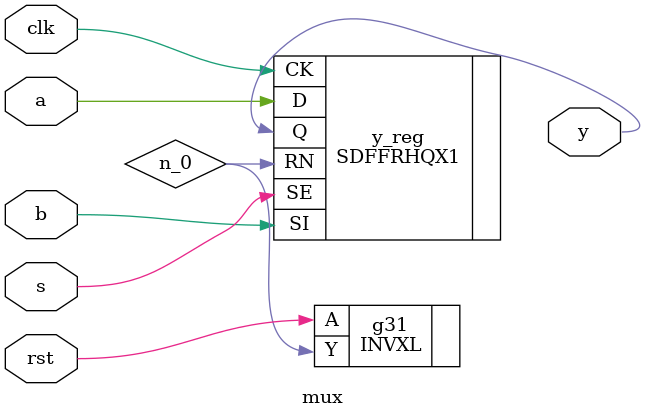
<source format=v>


// Verification Directory fv/mux 

module mux(a, b, s, clk, rst, y);
  input a, b, s, clk, rst;
  output y;
  wire a, b, s, clk, rst;
  wire y;
  wire n_0;
  SDFFRHQX1 y_reg(.RN (n_0), .CK (clk), .D (a), .SI (b), .SE (s), .Q
       (y));
  INVXL g31(.A (rst), .Y (n_0));
endmodule


</source>
